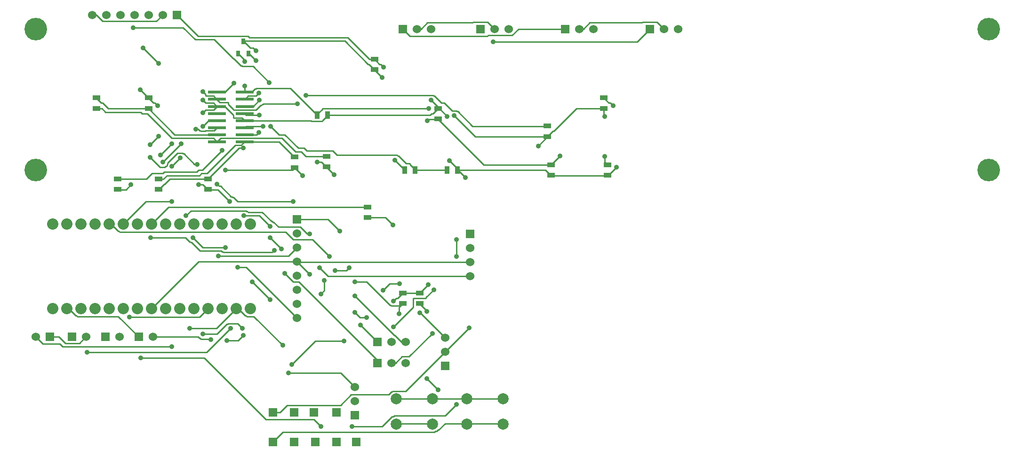
<source format=gbl>
G04 (created by PCBNEW (2013-07-07 BZR 4022)-stable) date 2020-03-17 3:52:32 PM*
%MOIN*%
G04 Gerber Fmt 3.4, Leading zero omitted, Abs format*
%FSLAX34Y34*%
G01*
G70*
G90*
G04 APERTURE LIST*
%ADD10C,0.00590551*%
%ADD11C,0.0787402*%
%ADD12C,0.16*%
%ADD13R,0.0315X0.0394*%
%ADD14R,0.055X0.035*%
%ADD15R,0.035X0.055*%
%ADD16R,0.06X0.06*%
%ADD17C,0.06*%
%ADD18R,0.126772X0.019685*%
%ADD19C,0.08*%
%ADD20C,0.035*%
%ADD21C,0.01*%
G04 APERTURE END LIST*
G54D10*
G54D11*
X91551Y-51251D03*
X94110Y-51251D03*
X91551Y-53023D03*
X94110Y-53023D03*
X86551Y-51251D03*
X89110Y-51251D03*
X86551Y-53023D03*
X89110Y-53023D03*
G54D12*
X61000Y-25000D03*
X61000Y-35000D03*
X128500Y-25000D03*
X128500Y-35000D03*
G54D13*
X75700Y-25867D03*
X75325Y-26733D03*
X76075Y-26733D03*
G54D14*
X101250Y-30625D03*
X101250Y-29875D03*
X81600Y-34025D03*
X81600Y-34775D03*
X69000Y-30625D03*
X69000Y-29875D03*
X88200Y-44475D03*
X88200Y-43725D03*
X65300Y-30625D03*
X65300Y-29875D03*
X87000Y-44475D03*
X87000Y-43725D03*
X84500Y-38375D03*
X84500Y-37625D03*
X79350Y-34075D03*
X79350Y-34825D03*
G54D15*
X80925Y-31100D03*
X81675Y-31100D03*
G54D14*
X101500Y-34625D03*
X101500Y-35375D03*
X69700Y-36375D03*
X69700Y-35625D03*
X66800Y-36375D03*
X66800Y-35625D03*
X85000Y-27125D03*
X85000Y-27875D03*
X97500Y-34625D03*
X97500Y-35375D03*
X89500Y-31375D03*
X89500Y-30625D03*
X73200Y-35625D03*
X73200Y-36375D03*
G54D15*
X90125Y-35000D03*
X90875Y-35000D03*
X87125Y-35000D03*
X87875Y-35000D03*
G54D16*
X85200Y-48700D03*
G54D17*
X86200Y-48700D03*
X87200Y-48700D03*
G54D16*
X85200Y-47200D03*
G54D17*
X86200Y-47200D03*
X87200Y-47200D03*
G54D16*
X90000Y-48900D03*
G54D17*
X90000Y-47900D03*
X90000Y-46900D03*
G54D16*
X62000Y-46850D03*
G54D17*
X61000Y-46850D03*
G54D18*
X75794Y-33006D03*
X73845Y-33006D03*
X73845Y-29986D03*
X75794Y-29986D03*
X75794Y-29474D03*
X73845Y-29474D03*
X73845Y-30498D03*
X75794Y-30498D03*
X73845Y-31994D03*
X73845Y-32494D03*
X75794Y-32494D03*
X75794Y-31994D03*
X75794Y-31010D03*
X75794Y-31510D03*
X73845Y-31510D03*
X73845Y-31010D03*
G54D19*
X62200Y-38850D03*
X73200Y-38850D03*
X72200Y-38850D03*
X70200Y-38850D03*
X71200Y-38850D03*
X75200Y-38850D03*
X74200Y-38850D03*
X76200Y-38850D03*
X69200Y-38850D03*
X68200Y-38850D03*
X66200Y-38850D03*
X67200Y-38850D03*
X63200Y-38850D03*
X64200Y-38850D03*
X65200Y-38850D03*
X73200Y-44850D03*
X74200Y-44850D03*
X76200Y-44850D03*
X75200Y-44850D03*
X72200Y-44850D03*
X65200Y-44850D03*
X71200Y-44850D03*
X70200Y-44850D03*
X62200Y-44850D03*
X64200Y-44850D03*
X63200Y-44850D03*
X68200Y-44850D03*
X69200Y-44850D03*
X67200Y-44850D03*
X66200Y-44850D03*
G54D16*
X79500Y-38500D03*
G54D17*
X79500Y-39500D03*
X79500Y-40500D03*
X79500Y-41500D03*
X79500Y-42500D03*
X79500Y-43500D03*
X79500Y-44500D03*
X79500Y-45500D03*
G54D16*
X91780Y-39530D03*
G54D17*
X91780Y-40530D03*
X91780Y-41530D03*
X91780Y-42530D03*
G54D16*
X87000Y-25000D03*
G54D17*
X88000Y-25000D03*
X89000Y-25000D03*
G54D16*
X92500Y-25000D03*
G54D17*
X93500Y-25000D03*
X94500Y-25000D03*
G54D16*
X98500Y-25000D03*
G54D17*
X99500Y-25000D03*
X100500Y-25000D03*
G54D16*
X104500Y-25000D03*
G54D17*
X105500Y-25000D03*
X106500Y-25000D03*
G54D16*
X83600Y-52400D03*
G54D17*
X83600Y-51400D03*
X83600Y-50400D03*
G54D16*
X79300Y-54300D03*
X80800Y-54300D03*
X77800Y-52200D03*
X80700Y-52200D03*
X82300Y-52200D03*
X77800Y-54300D03*
X82300Y-54300D03*
X79300Y-52200D03*
X83700Y-54300D03*
X71000Y-24000D03*
G54D17*
X70000Y-24000D03*
X69000Y-24000D03*
X68000Y-24000D03*
X67000Y-24000D03*
X66000Y-24000D03*
X65000Y-24000D03*
G54D16*
X68297Y-46844D03*
G54D17*
X69297Y-46844D03*
G54D16*
X65935Y-46844D03*
G54D17*
X66935Y-46844D03*
G54D16*
X63573Y-46844D03*
G54D17*
X64573Y-46844D03*
G54D14*
X97250Y-32625D03*
X97250Y-31875D03*
G54D20*
X88200Y-45150D03*
X82550Y-39350D03*
X75700Y-46750D03*
X74550Y-47100D03*
X73400Y-47050D03*
X75050Y-28850D03*
X81200Y-53200D03*
X68450Y-48350D03*
X90800Y-51650D03*
X83400Y-53200D03*
X74450Y-35000D03*
X69700Y-27450D03*
X68600Y-26350D03*
X79900Y-35400D03*
X84000Y-46000D03*
X78650Y-42350D03*
X78400Y-40600D03*
X77600Y-39800D03*
X77600Y-39000D03*
X75750Y-38250D03*
X74750Y-37250D03*
X72550Y-36050D03*
X69650Y-30450D03*
X69700Y-32600D03*
X69100Y-33200D03*
X69100Y-34100D03*
X72450Y-34600D03*
X73850Y-36000D03*
X79250Y-37250D03*
X83200Y-41950D03*
X82200Y-42150D03*
X83600Y-43950D03*
X68400Y-29300D03*
X80950Y-34450D03*
X77550Y-28800D03*
X67900Y-24900D03*
X82150Y-35350D03*
X77900Y-40700D03*
X69150Y-39800D03*
X70650Y-34750D03*
X71250Y-34150D03*
X72850Y-31900D03*
X98150Y-34000D03*
X85650Y-27700D03*
X88750Y-31500D03*
X72850Y-30950D03*
X70650Y-33150D03*
X69850Y-33950D03*
X67750Y-36050D03*
X72850Y-30050D03*
X88800Y-43150D03*
X86350Y-44300D03*
X78500Y-47450D03*
X78900Y-49400D03*
X71900Y-46250D03*
X70650Y-47550D03*
X90300Y-34350D03*
X90150Y-31200D03*
X91450Y-35550D03*
X89000Y-30050D03*
X101900Y-30450D03*
X102150Y-34800D03*
X93400Y-25900D03*
X74800Y-46250D03*
X64650Y-47950D03*
X89100Y-46600D03*
X90800Y-39950D03*
X90800Y-41150D03*
X89200Y-43500D03*
X86350Y-46150D03*
X67650Y-45450D03*
X72150Y-39800D03*
X74450Y-40500D03*
X76350Y-42950D03*
X77600Y-44200D03*
X89500Y-50600D03*
X88700Y-49800D03*
X88700Y-45050D03*
X79550Y-30300D03*
X80150Y-29700D03*
X72850Y-29450D03*
X75650Y-46250D03*
X72850Y-46650D03*
X75300Y-41900D03*
X83600Y-42950D03*
X81800Y-41150D03*
X86750Y-45200D03*
X75700Y-33450D03*
X76800Y-32350D03*
X77100Y-31900D03*
X74200Y-33600D03*
X76850Y-31100D03*
X77650Y-31900D03*
X76800Y-29550D03*
X76600Y-27250D03*
X85550Y-28450D03*
X86450Y-34300D03*
X76600Y-26550D03*
X76850Y-30050D03*
X82834Y-47125D03*
X79133Y-48800D03*
X86299Y-38897D03*
X86771Y-43070D03*
X85590Y-43543D03*
X84448Y-45472D03*
X83622Y-45118D03*
X70650Y-37250D03*
X71650Y-38250D03*
X80400Y-39550D03*
X81450Y-42850D03*
X81200Y-43800D03*
X72350Y-32100D03*
X71300Y-33150D03*
X70000Y-34450D03*
X73950Y-41100D03*
X81100Y-41950D03*
X80400Y-42400D03*
X96600Y-33300D03*
X91700Y-46200D03*
X88850Y-30650D03*
X90650Y-31150D03*
X101300Y-31200D03*
X101300Y-34050D03*
X75800Y-29050D03*
X75800Y-27300D03*
G54D21*
X90000Y-46900D02*
X88250Y-45150D01*
X88250Y-45150D02*
X88200Y-45150D01*
X82550Y-39350D02*
X81700Y-38500D01*
X81700Y-38500D02*
X79500Y-38500D01*
X75700Y-46750D02*
X75350Y-47100D01*
X75350Y-47100D02*
X74550Y-47100D01*
X73400Y-47050D02*
X73350Y-47000D01*
X73350Y-47000D02*
X72700Y-47000D01*
X72700Y-47000D02*
X72650Y-46950D01*
X72650Y-46950D02*
X72600Y-46950D01*
X72600Y-46950D02*
X72500Y-46850D01*
X72500Y-46850D02*
X69300Y-46850D01*
X69300Y-46850D02*
X69297Y-46844D01*
X75050Y-28850D02*
X74450Y-29450D01*
X74450Y-29450D02*
X73850Y-29450D01*
X73850Y-29450D02*
X73845Y-29474D01*
X89110Y-51251D02*
X89100Y-51250D01*
X89100Y-51250D02*
X86550Y-51250D01*
X86550Y-51250D02*
X86551Y-51251D01*
X91551Y-51251D02*
X91550Y-51250D01*
X91550Y-51250D02*
X94100Y-51250D01*
X94100Y-51250D02*
X94110Y-51251D01*
X89110Y-51251D02*
X89100Y-51250D01*
X89100Y-51250D02*
X91550Y-51250D01*
X91550Y-51250D02*
X91551Y-51251D01*
X81200Y-53200D02*
X80700Y-52700D01*
X80700Y-52700D02*
X77300Y-52700D01*
X77300Y-52700D02*
X72950Y-48350D01*
X72950Y-48350D02*
X68450Y-48350D01*
X90800Y-51650D02*
X90000Y-52450D01*
X90000Y-52450D02*
X86400Y-52450D01*
X86400Y-52450D02*
X86350Y-52500D01*
X86350Y-52500D02*
X86250Y-52500D01*
X86250Y-52500D02*
X85550Y-53200D01*
X85550Y-53200D02*
X83400Y-53200D01*
X79350Y-34825D02*
X79350Y-34850D01*
X79350Y-34850D02*
X79200Y-35000D01*
X79200Y-35000D02*
X74450Y-35000D01*
X69700Y-27450D02*
X68600Y-26350D01*
X79350Y-34825D02*
X79350Y-34850D01*
X79350Y-34850D02*
X79900Y-35400D01*
X84000Y-46000D02*
X85200Y-47200D01*
X85200Y-48700D02*
X85200Y-48500D01*
X85200Y-48500D02*
X79650Y-42950D01*
X79650Y-42950D02*
X79250Y-42950D01*
X79250Y-42950D02*
X78650Y-42350D01*
X78400Y-40600D02*
X77600Y-39800D01*
X77600Y-39000D02*
X76850Y-38250D01*
X76850Y-38250D02*
X75750Y-38250D01*
X74750Y-37250D02*
X73900Y-36400D01*
X73900Y-36400D02*
X73200Y-36400D01*
X73200Y-36400D02*
X73200Y-36375D01*
X73200Y-36375D02*
X73200Y-36400D01*
X73200Y-36400D02*
X72850Y-36050D01*
X72850Y-36050D02*
X72550Y-36050D01*
X69000Y-29875D02*
X69000Y-29900D01*
X69000Y-29900D02*
X69350Y-30250D01*
X69350Y-30250D02*
X69450Y-30250D01*
X69450Y-30250D02*
X69650Y-30450D01*
X69700Y-32600D02*
X69100Y-33200D01*
X69100Y-34100D02*
X69800Y-34800D01*
X69800Y-34800D02*
X70150Y-34800D01*
X70150Y-34800D02*
X70200Y-34750D01*
X70200Y-34750D02*
X70250Y-34750D01*
X70250Y-34750D02*
X70300Y-34700D01*
X70300Y-34700D02*
X70300Y-34600D01*
X70300Y-34600D02*
X70350Y-34600D01*
X70350Y-34600D02*
X70350Y-34500D01*
X70350Y-34500D02*
X71050Y-33800D01*
X71050Y-33800D02*
X71400Y-33800D01*
X71400Y-33800D02*
X71450Y-33850D01*
X71450Y-33850D02*
X71500Y-33850D01*
X71500Y-33850D02*
X72250Y-34600D01*
X72250Y-34600D02*
X72450Y-34600D01*
X73850Y-36000D02*
X74000Y-36150D01*
X74000Y-36150D02*
X74100Y-36150D01*
X74100Y-36150D02*
X74850Y-36900D01*
X74850Y-36900D02*
X74900Y-36900D01*
X74900Y-36900D02*
X74950Y-36950D01*
X74950Y-36950D02*
X75000Y-36950D01*
X75000Y-36950D02*
X75300Y-37250D01*
X75300Y-37250D02*
X79250Y-37250D01*
X83200Y-41950D02*
X83000Y-42150D01*
X83000Y-42150D02*
X82200Y-42150D01*
X83600Y-43950D02*
X86400Y-46750D01*
X86400Y-46750D02*
X86450Y-46750D01*
X86450Y-46750D02*
X86900Y-47200D01*
X86900Y-47200D02*
X87200Y-47200D01*
X69000Y-29875D02*
X69000Y-29900D01*
X69000Y-29900D02*
X68400Y-29300D01*
X81600Y-34775D02*
X81600Y-34800D01*
X81600Y-34800D02*
X81250Y-34450D01*
X81250Y-34450D02*
X80950Y-34450D01*
X77550Y-28800D02*
X76400Y-27650D01*
X76400Y-27650D02*
X75650Y-27650D01*
X75650Y-27650D02*
X75600Y-27600D01*
X75600Y-27600D02*
X75550Y-27600D01*
X75550Y-27600D02*
X75050Y-27100D01*
X75050Y-27100D02*
X75000Y-27100D01*
X75000Y-27100D02*
X73650Y-25750D01*
X73650Y-25750D02*
X72300Y-25750D01*
X72300Y-25750D02*
X71450Y-24900D01*
X71450Y-24900D02*
X67900Y-24900D01*
X82150Y-35350D02*
X81600Y-34800D01*
X81600Y-34800D02*
X81600Y-34775D01*
X77900Y-40700D02*
X77750Y-40850D01*
X77750Y-40850D02*
X74300Y-40850D01*
X74300Y-40850D02*
X74250Y-40800D01*
X74250Y-40800D02*
X74200Y-40800D01*
X74200Y-40800D02*
X74150Y-40750D01*
X74150Y-40750D02*
X72650Y-40750D01*
X72650Y-40750D02*
X72050Y-40150D01*
X72050Y-40150D02*
X72000Y-40150D01*
X72000Y-40150D02*
X71950Y-40100D01*
X71950Y-40100D02*
X71900Y-40100D01*
X71900Y-40100D02*
X71600Y-39800D01*
X71600Y-39800D02*
X69150Y-39800D01*
X70650Y-34750D02*
X71250Y-34150D01*
X72850Y-31900D02*
X73250Y-31500D01*
X73250Y-31500D02*
X73850Y-31500D01*
X73850Y-31500D02*
X73845Y-31510D01*
X97500Y-34625D02*
X97500Y-34650D01*
X97500Y-34650D02*
X98150Y-34000D01*
X85000Y-27125D02*
X85000Y-27150D01*
X85000Y-27150D02*
X85350Y-27500D01*
X85350Y-27500D02*
X85450Y-27500D01*
X85450Y-27500D02*
X85650Y-27700D01*
X88750Y-31500D02*
X88850Y-31400D01*
X88850Y-31400D02*
X89500Y-31400D01*
X89500Y-31400D02*
X89500Y-31375D01*
X71000Y-24000D02*
X72500Y-25500D01*
X72500Y-25500D02*
X76050Y-25500D01*
X76050Y-25500D02*
X76150Y-25600D01*
X76150Y-25600D02*
X83100Y-25600D01*
X83100Y-25600D02*
X84650Y-27150D01*
X84650Y-27150D02*
X85000Y-27150D01*
X85000Y-27150D02*
X85000Y-27125D01*
X89500Y-31375D02*
X89500Y-31400D01*
X89500Y-31400D02*
X92750Y-34650D01*
X92750Y-34650D02*
X97500Y-34650D01*
X97500Y-34650D02*
X97500Y-34625D01*
X73845Y-30498D02*
X73850Y-30500D01*
X73850Y-30500D02*
X73600Y-30750D01*
X73600Y-30750D02*
X73050Y-30750D01*
X73050Y-30750D02*
X72850Y-30950D01*
X70650Y-33150D02*
X69850Y-33950D01*
X67750Y-36050D02*
X67400Y-36400D01*
X67400Y-36400D02*
X66800Y-36400D01*
X66800Y-36400D02*
X66800Y-36375D01*
X73845Y-30498D02*
X73850Y-30500D01*
X73850Y-30500D02*
X73600Y-30250D01*
X73600Y-30250D02*
X73050Y-30250D01*
X73050Y-30250D02*
X72850Y-30050D01*
X88800Y-43150D02*
X88200Y-43750D01*
X88200Y-43750D02*
X88200Y-43725D01*
X87000Y-43725D02*
X87000Y-43750D01*
X87000Y-43750D02*
X86650Y-44100D01*
X86650Y-44100D02*
X86550Y-44100D01*
X86550Y-44100D02*
X86350Y-44300D01*
X78500Y-47450D02*
X76450Y-45400D01*
X76450Y-45400D02*
X75950Y-45400D01*
X75950Y-45400D02*
X75900Y-45350D01*
X75900Y-45350D02*
X75850Y-45350D01*
X75850Y-45350D02*
X75350Y-44850D01*
X75350Y-44850D02*
X75200Y-44850D01*
X83600Y-50400D02*
X82600Y-49400D01*
X82600Y-49400D02*
X78900Y-49400D01*
X75200Y-44850D02*
X73800Y-46250D01*
X73800Y-46250D02*
X71900Y-46250D01*
X70650Y-47550D02*
X62900Y-47550D01*
X62900Y-47550D02*
X62700Y-47350D01*
X62700Y-47350D02*
X61500Y-47350D01*
X61500Y-47350D02*
X61000Y-46850D01*
X90875Y-35000D02*
X90900Y-35000D01*
X90900Y-35000D02*
X90900Y-34950D01*
X90900Y-34950D02*
X90300Y-34350D01*
X90150Y-31200D02*
X89600Y-30650D01*
X89600Y-30650D02*
X89500Y-30650D01*
X89500Y-30650D02*
X89500Y-30625D01*
X89500Y-30625D02*
X89500Y-30650D01*
X89500Y-30650D02*
X89150Y-31000D01*
X89150Y-31000D02*
X89050Y-31000D01*
X89050Y-31000D02*
X88950Y-31100D01*
X88950Y-31100D02*
X81675Y-31100D01*
X97500Y-35375D02*
X97500Y-35400D01*
X97500Y-35400D02*
X97100Y-35000D01*
X97100Y-35000D02*
X90875Y-35000D01*
X90875Y-35000D02*
X90900Y-35000D01*
X90900Y-35000D02*
X91450Y-35550D01*
X89500Y-30625D02*
X89500Y-30550D01*
X89500Y-30550D02*
X89000Y-30050D01*
X81675Y-31100D02*
X81700Y-31100D01*
X81700Y-31100D02*
X81300Y-31500D01*
X81300Y-31500D02*
X81300Y-31550D01*
X81300Y-31550D02*
X80550Y-31550D01*
X80550Y-31550D02*
X80500Y-31500D01*
X80500Y-31500D02*
X75800Y-31500D01*
X75800Y-31500D02*
X75794Y-31510D01*
X101250Y-29875D02*
X101250Y-29900D01*
X101250Y-29900D02*
X101600Y-30250D01*
X101600Y-30250D02*
X101700Y-30250D01*
X101700Y-30250D02*
X101900Y-30450D01*
X102150Y-34800D02*
X101550Y-35400D01*
X101550Y-35400D02*
X101500Y-35400D01*
X101500Y-35400D02*
X101500Y-35375D01*
X75794Y-31510D02*
X75800Y-31500D01*
X75800Y-31500D02*
X75600Y-31300D01*
X75600Y-31300D02*
X75000Y-31300D01*
X75000Y-31300D02*
X75000Y-31100D01*
X75000Y-31100D02*
X74400Y-30500D01*
X74400Y-30500D02*
X73850Y-30500D01*
X73850Y-30500D02*
X73845Y-30498D01*
X70000Y-24000D02*
X69550Y-24450D01*
X69550Y-24450D02*
X65750Y-24450D01*
X65750Y-24450D02*
X65300Y-24000D01*
X65300Y-24000D02*
X65000Y-24000D01*
X101500Y-35375D02*
X101500Y-35400D01*
X101500Y-35400D02*
X97500Y-35400D01*
X97500Y-35400D02*
X97500Y-35375D01*
X88200Y-43725D02*
X88200Y-43750D01*
X88200Y-43750D02*
X87000Y-43750D01*
X87000Y-43750D02*
X87000Y-43725D01*
X105500Y-25000D02*
X105000Y-24500D01*
X105000Y-24500D02*
X104000Y-24500D01*
X104000Y-24500D02*
X103950Y-24550D01*
X103950Y-24550D02*
X100250Y-24550D01*
X100250Y-24550D02*
X99800Y-25000D01*
X99800Y-25000D02*
X99500Y-25000D01*
X93500Y-25000D02*
X93000Y-24500D01*
X93000Y-24500D02*
X92000Y-24500D01*
X92000Y-24500D02*
X91950Y-24550D01*
X91950Y-24550D02*
X88750Y-24550D01*
X88750Y-24550D02*
X88300Y-25000D01*
X88300Y-25000D02*
X88000Y-25000D01*
X104500Y-25000D02*
X103600Y-25900D01*
X103600Y-25900D02*
X93400Y-25900D01*
X87000Y-25000D02*
X87500Y-25500D01*
X87500Y-25500D02*
X93000Y-25500D01*
X93000Y-25500D02*
X93050Y-25450D01*
X93050Y-25450D02*
X94750Y-25450D01*
X94750Y-25450D02*
X95200Y-25000D01*
X95200Y-25000D02*
X98500Y-25000D01*
X74800Y-46250D02*
X73100Y-47950D01*
X73100Y-47950D02*
X64650Y-47950D01*
X89100Y-46600D02*
X87450Y-48250D01*
X87450Y-48250D02*
X86950Y-48250D01*
X86950Y-48250D02*
X86500Y-48700D01*
X86500Y-48700D02*
X86200Y-48700D01*
X90800Y-39950D02*
X90800Y-41150D01*
X89200Y-43500D02*
X88650Y-44050D01*
X88650Y-44050D02*
X88650Y-44100D01*
X88650Y-44100D02*
X87750Y-44100D01*
X87750Y-44100D02*
X87750Y-44750D01*
X87750Y-44750D02*
X86350Y-46150D01*
X64573Y-46844D02*
X64550Y-46850D01*
X64550Y-46850D02*
X64100Y-47300D01*
X64100Y-47300D02*
X63100Y-47300D01*
X63100Y-47300D02*
X62650Y-46850D01*
X62650Y-46850D02*
X62000Y-46850D01*
X73200Y-44850D02*
X72600Y-45450D01*
X72600Y-45450D02*
X67650Y-45450D01*
X68297Y-46844D02*
X68300Y-46850D01*
X68300Y-46850D02*
X66850Y-45400D01*
X66850Y-45400D02*
X63950Y-45400D01*
X63950Y-45400D02*
X63900Y-45350D01*
X63900Y-45350D02*
X63850Y-45350D01*
X63850Y-45350D02*
X63350Y-44850D01*
X63350Y-44850D02*
X63200Y-44850D01*
X72150Y-39800D02*
X72850Y-40500D01*
X72850Y-40500D02*
X74450Y-40500D01*
X76350Y-42950D02*
X77600Y-44200D01*
X89500Y-50600D02*
X88700Y-49800D01*
X88700Y-45050D02*
X88700Y-45000D01*
X88700Y-45000D02*
X88200Y-44500D01*
X88200Y-44500D02*
X88200Y-44475D01*
X77800Y-54300D02*
X78500Y-53600D01*
X78500Y-53600D02*
X89250Y-53600D01*
X89250Y-53600D02*
X89300Y-53550D01*
X89300Y-53550D02*
X89400Y-53550D01*
X89400Y-53550D02*
X89500Y-53450D01*
X89500Y-53450D02*
X89550Y-53450D01*
X89550Y-53450D02*
X90000Y-53000D01*
X90000Y-53000D02*
X91550Y-53000D01*
X91550Y-53000D02*
X91551Y-53023D01*
X91551Y-53023D02*
X91550Y-53000D01*
X91550Y-53000D02*
X94100Y-53000D01*
X94100Y-53000D02*
X94110Y-53023D01*
X73845Y-29986D02*
X73850Y-30000D01*
X73850Y-30000D02*
X74050Y-30200D01*
X74050Y-30200D02*
X74650Y-30200D01*
X74650Y-30200D02*
X74650Y-30350D01*
X74650Y-30350D02*
X75000Y-30700D01*
X75000Y-30700D02*
X75000Y-30750D01*
X75000Y-30750D02*
X76600Y-30750D01*
X76600Y-30750D02*
X76950Y-30400D01*
X76950Y-30400D02*
X77000Y-30400D01*
X77000Y-30400D02*
X77050Y-30350D01*
X77050Y-30350D02*
X77100Y-30350D01*
X77100Y-30350D02*
X77150Y-30300D01*
X77150Y-30300D02*
X79550Y-30300D01*
X80150Y-29700D02*
X89150Y-29700D01*
X89150Y-29700D02*
X89200Y-29750D01*
X89200Y-29750D02*
X89250Y-29750D01*
X89250Y-29750D02*
X89750Y-30250D01*
X89750Y-30250D02*
X89950Y-30250D01*
X89950Y-30250D02*
X90500Y-30800D01*
X90500Y-30800D02*
X90800Y-30800D01*
X90800Y-30800D02*
X90850Y-30850D01*
X90850Y-30850D02*
X90900Y-30850D01*
X90900Y-30850D02*
X91950Y-31900D01*
X91950Y-31900D02*
X97250Y-31900D01*
X97250Y-31900D02*
X97250Y-31875D01*
X73845Y-29986D02*
X73850Y-30000D01*
X73850Y-30000D02*
X73600Y-29750D01*
X73600Y-29750D02*
X73050Y-29750D01*
X73050Y-29750D02*
X73050Y-29650D01*
X73050Y-29650D02*
X72850Y-29450D01*
X75650Y-46250D02*
X75300Y-45900D01*
X75300Y-45900D02*
X74650Y-45900D01*
X74650Y-45900D02*
X74600Y-45950D01*
X74600Y-45950D02*
X74550Y-45950D01*
X74550Y-45950D02*
X73850Y-46650D01*
X73850Y-46650D02*
X72850Y-46650D01*
X69000Y-30625D02*
X69000Y-30650D01*
X69000Y-30650D02*
X70850Y-32500D01*
X70850Y-32500D02*
X73850Y-32500D01*
X73850Y-32500D02*
X73845Y-32494D01*
X65300Y-29875D02*
X65300Y-29900D01*
X65300Y-29900D02*
X65650Y-30250D01*
X65650Y-30250D02*
X65750Y-30250D01*
X65750Y-30250D02*
X66150Y-30650D01*
X66150Y-30650D02*
X69000Y-30650D01*
X69000Y-30650D02*
X69000Y-30625D01*
X79500Y-45500D02*
X75900Y-41900D01*
X75900Y-41900D02*
X75300Y-41900D01*
X87000Y-44475D02*
X87000Y-44500D01*
X87000Y-44500D02*
X86850Y-44650D01*
X86850Y-44650D02*
X86200Y-44650D01*
X86200Y-44650D02*
X86150Y-44600D01*
X86150Y-44600D02*
X86100Y-44600D01*
X86100Y-44600D02*
X84450Y-42950D01*
X84450Y-42950D02*
X83600Y-42950D01*
X81800Y-41150D02*
X80600Y-39950D01*
X80600Y-39950D02*
X79250Y-39950D01*
X79250Y-39950D02*
X78700Y-39400D01*
X78700Y-39400D02*
X66950Y-39400D01*
X66950Y-39400D02*
X66900Y-39350D01*
X66900Y-39350D02*
X66850Y-39350D01*
X66850Y-39350D02*
X66350Y-38850D01*
X66350Y-38850D02*
X66200Y-38850D01*
X86750Y-45200D02*
X86750Y-44750D01*
X86750Y-44750D02*
X87000Y-44500D01*
X87000Y-44500D02*
X87000Y-44475D01*
X89110Y-53023D02*
X89100Y-53000D01*
X89100Y-53000D02*
X86550Y-53000D01*
X86550Y-53000D02*
X86551Y-53023D01*
X73845Y-33006D02*
X73850Y-33000D01*
X73850Y-33000D02*
X73600Y-32750D01*
X73600Y-32750D02*
X70650Y-32750D01*
X70650Y-32750D02*
X68900Y-31000D01*
X68900Y-31000D02*
X68550Y-31000D01*
X68550Y-31000D02*
X68450Y-30900D01*
X68450Y-30900D02*
X65950Y-30900D01*
X65950Y-30900D02*
X65700Y-30650D01*
X65700Y-30650D02*
X65300Y-30650D01*
X65300Y-30650D02*
X65300Y-30625D01*
X73845Y-33006D02*
X73850Y-33000D01*
X73850Y-33000D02*
X74100Y-32750D01*
X74100Y-32750D02*
X78450Y-32750D01*
X78450Y-32750D02*
X79400Y-33700D01*
X79400Y-33700D02*
X79800Y-33700D01*
X79800Y-33700D02*
X80150Y-34050D01*
X80150Y-34050D02*
X81600Y-34050D01*
X81600Y-34050D02*
X81600Y-34025D01*
X73200Y-35625D02*
X73200Y-35650D01*
X73200Y-35650D02*
X75400Y-33450D01*
X75400Y-33450D02*
X75700Y-33450D01*
X76800Y-32350D02*
X76650Y-32500D01*
X76650Y-32500D02*
X75800Y-32500D01*
X75800Y-32500D02*
X75794Y-32494D01*
X69700Y-36375D02*
X69700Y-36400D01*
X69700Y-36400D02*
X70100Y-36000D01*
X70100Y-36000D02*
X70150Y-36000D01*
X70150Y-36000D02*
X70500Y-35650D01*
X70500Y-35650D02*
X73200Y-35650D01*
X73200Y-35650D02*
X73200Y-35625D01*
X75794Y-31994D02*
X75800Y-32000D01*
X75800Y-32000D02*
X75900Y-31900D01*
X75900Y-31900D02*
X77100Y-31900D01*
X74200Y-33600D02*
X72800Y-35000D01*
X72800Y-35000D02*
X72550Y-35000D01*
X72550Y-35000D02*
X72400Y-35150D01*
X72400Y-35150D02*
X70100Y-35150D01*
X70100Y-35150D02*
X70000Y-35250D01*
X70000Y-35250D02*
X69250Y-35250D01*
X69250Y-35250D02*
X68850Y-35650D01*
X68850Y-35650D02*
X66800Y-35650D01*
X66800Y-35650D02*
X66800Y-35625D01*
X75794Y-33006D02*
X75800Y-33000D01*
X75800Y-33000D02*
X75550Y-33250D01*
X75550Y-33250D02*
X75150Y-33250D01*
X75150Y-33250D02*
X73150Y-35250D01*
X73150Y-35250D02*
X72750Y-35250D01*
X72750Y-35250D02*
X72600Y-35400D01*
X72600Y-35400D02*
X70300Y-35400D01*
X70300Y-35400D02*
X70050Y-35650D01*
X70050Y-35650D02*
X69700Y-35650D01*
X69700Y-35650D02*
X69700Y-35625D01*
X79350Y-34075D02*
X79350Y-34100D01*
X79350Y-34100D02*
X78250Y-33000D01*
X78250Y-33000D02*
X75800Y-33000D01*
X75800Y-33000D02*
X75794Y-33006D01*
X75794Y-31010D02*
X75800Y-31000D01*
X75800Y-31000D02*
X75900Y-31100D01*
X75900Y-31100D02*
X76850Y-31100D01*
X77650Y-31900D02*
X78250Y-32500D01*
X78250Y-32500D02*
X78650Y-32500D01*
X78650Y-32500D02*
X79600Y-33450D01*
X79600Y-33450D02*
X80000Y-33450D01*
X80000Y-33450D02*
X80200Y-33650D01*
X80200Y-33650D02*
X82050Y-33650D01*
X82050Y-33650D02*
X82350Y-33950D01*
X82350Y-33950D02*
X86600Y-33950D01*
X86600Y-33950D02*
X86650Y-34000D01*
X86650Y-34000D02*
X86700Y-34000D01*
X86700Y-34000D02*
X87250Y-34550D01*
X87250Y-34550D02*
X87500Y-34550D01*
X87500Y-34550D02*
X87500Y-34600D01*
X87500Y-34600D02*
X87900Y-35000D01*
X87900Y-35000D02*
X87875Y-35000D01*
X87875Y-35000D02*
X90125Y-35000D01*
X75794Y-29986D02*
X75800Y-30000D01*
X75800Y-30000D02*
X76050Y-29750D01*
X76050Y-29750D02*
X76600Y-29750D01*
X76600Y-29750D02*
X76800Y-29550D01*
X76600Y-27250D02*
X76100Y-26750D01*
X76100Y-26750D02*
X76075Y-26733D01*
X85000Y-27875D02*
X85000Y-27900D01*
X85000Y-27900D02*
X84600Y-27500D01*
X84600Y-27500D02*
X84550Y-27500D01*
X84550Y-27500D02*
X82900Y-25850D01*
X82900Y-25850D02*
X75700Y-25850D01*
X75700Y-25850D02*
X75700Y-25867D01*
X85000Y-27875D02*
X85000Y-27900D01*
X85000Y-27900D02*
X85550Y-28450D01*
X86450Y-34300D02*
X87150Y-35000D01*
X87150Y-35000D02*
X87125Y-35000D01*
X75700Y-25867D02*
X75700Y-25850D01*
X75700Y-25850D02*
X76200Y-26350D01*
X76200Y-26350D02*
X76400Y-26350D01*
X76400Y-26350D02*
X76600Y-26550D01*
X76850Y-30050D02*
X76400Y-30500D01*
X76400Y-30500D02*
X75800Y-30500D01*
X75800Y-30500D02*
X75794Y-30498D01*
X69200Y-38850D02*
X70400Y-37650D01*
X70400Y-37650D02*
X84500Y-37650D01*
X84500Y-37650D02*
X84500Y-37625D01*
X79133Y-48800D02*
X80808Y-47125D01*
X80808Y-47125D02*
X82834Y-47125D01*
X85776Y-38375D02*
X84500Y-38375D01*
X86299Y-38897D02*
X85776Y-38375D01*
X86062Y-43070D02*
X86771Y-43070D01*
X85590Y-43543D02*
X86062Y-43070D01*
X83976Y-45472D02*
X84448Y-45472D01*
X83622Y-45118D02*
X83976Y-45472D01*
X67200Y-38850D02*
X68800Y-37250D01*
X68800Y-37250D02*
X70650Y-37250D01*
X71650Y-38250D02*
X72000Y-37900D01*
X72000Y-37900D02*
X75900Y-37900D01*
X75900Y-37900D02*
X75950Y-37950D01*
X75950Y-37950D02*
X76000Y-37950D01*
X76000Y-37950D02*
X76050Y-38000D01*
X76050Y-38000D02*
X77050Y-38000D01*
X77050Y-38000D02*
X77700Y-38650D01*
X77700Y-38650D02*
X77750Y-38650D01*
X77750Y-38650D02*
X77800Y-38700D01*
X77800Y-38700D02*
X77850Y-38700D01*
X77850Y-38700D02*
X78200Y-39050D01*
X78200Y-39050D02*
X79750Y-39050D01*
X79750Y-39050D02*
X80250Y-39550D01*
X80250Y-39550D02*
X80400Y-39550D01*
X81450Y-42850D02*
X81450Y-43550D01*
X81450Y-43550D02*
X81200Y-43800D01*
X73845Y-31994D02*
X73850Y-32000D01*
X73850Y-32000D02*
X73650Y-32200D01*
X73650Y-32200D02*
X73050Y-32200D01*
X73050Y-32200D02*
X73000Y-32250D01*
X73000Y-32250D02*
X72700Y-32250D01*
X72700Y-32250D02*
X72650Y-32200D01*
X72650Y-32200D02*
X72600Y-32200D01*
X72600Y-32200D02*
X72500Y-32100D01*
X72500Y-32100D02*
X72350Y-32100D01*
X71300Y-33150D02*
X70000Y-34450D01*
X79500Y-40500D02*
X78900Y-41100D01*
X78900Y-41100D02*
X73950Y-41100D01*
X81100Y-41950D02*
X81700Y-42550D01*
X81700Y-42550D02*
X91800Y-42550D01*
X91800Y-42550D02*
X91780Y-42530D01*
X69200Y-44850D02*
X72550Y-41500D01*
X72550Y-41500D02*
X79500Y-41500D01*
X79500Y-41500D02*
X80400Y-42400D01*
X79500Y-41500D02*
X79550Y-41550D01*
X79550Y-41550D02*
X91800Y-41550D01*
X91800Y-41550D02*
X91780Y-41530D01*
X97250Y-32625D02*
X97250Y-32650D01*
X97250Y-32650D02*
X96600Y-33300D01*
X91700Y-46200D02*
X90000Y-47900D01*
X90000Y-47900D02*
X87200Y-50700D01*
X87200Y-50700D02*
X86300Y-50700D01*
X86300Y-50700D02*
X86250Y-50750D01*
X86250Y-50750D02*
X86200Y-50750D01*
X86200Y-50750D02*
X86000Y-50950D01*
X86000Y-50950D02*
X83350Y-50950D01*
X83350Y-50950D02*
X82600Y-51700D01*
X82600Y-51700D02*
X78800Y-51700D01*
X78800Y-51700D02*
X78300Y-52200D01*
X78300Y-52200D02*
X77800Y-52200D01*
X80925Y-31100D02*
X80950Y-31100D01*
X80950Y-31100D02*
X80950Y-31050D01*
X80950Y-31050D02*
X81300Y-30700D01*
X81300Y-30700D02*
X81300Y-30650D01*
X81300Y-30650D02*
X88850Y-30650D01*
X90650Y-31150D02*
X92150Y-32650D01*
X92150Y-32650D02*
X97250Y-32650D01*
X97250Y-32650D02*
X97250Y-32625D01*
X97250Y-32625D02*
X97250Y-32650D01*
X97250Y-32650D02*
X97650Y-32250D01*
X97650Y-32250D02*
X97700Y-32250D01*
X97700Y-32250D02*
X99300Y-30650D01*
X99300Y-30650D02*
X101250Y-30650D01*
X101250Y-30650D02*
X101250Y-30625D01*
X80925Y-31100D02*
X80950Y-31100D01*
X80950Y-31100D02*
X79050Y-29200D01*
X79050Y-29200D02*
X76650Y-29200D01*
X76650Y-29200D02*
X76600Y-29250D01*
X76600Y-29250D02*
X76550Y-29250D01*
X76550Y-29250D02*
X76350Y-29450D01*
X76350Y-29450D02*
X75800Y-29450D01*
X75800Y-29450D02*
X75794Y-29474D01*
X101250Y-30625D02*
X101250Y-31150D01*
X101250Y-31150D02*
X101300Y-31200D01*
X101300Y-34050D02*
X101300Y-34450D01*
X101300Y-34450D02*
X101500Y-34650D01*
X101500Y-34650D02*
X101500Y-34625D01*
X75794Y-29474D02*
X75800Y-29450D01*
X75800Y-29450D02*
X75800Y-29050D01*
X75800Y-27300D02*
X75800Y-27200D01*
X75800Y-27200D02*
X75350Y-26750D01*
X75350Y-26750D02*
X75325Y-26733D01*
M02*

</source>
